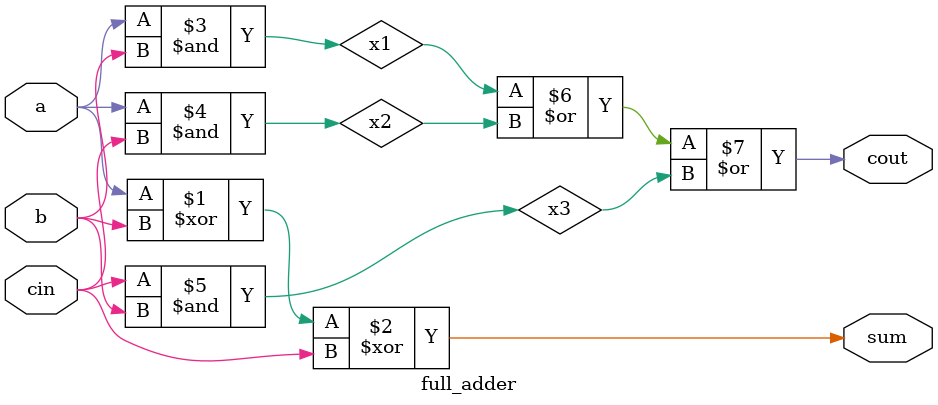
<source format=v>
/*--  *******************************************************
--  Computer Architecture Course, Laboratory Sources 
--  Amirkabir University of Technology (Tehran Polytechnic)
--  Department of Computer Engineering (CE-AUT)
--  https://ce[dot]aut[dot]ac[dot]ir
--  *******************************************************
--  All Rights reserved (C) 2019-2020
--  *******************************************************
--  Student ID  : 
--  Student Name: 
--  Student Mail: 
--  *******************************************************
--  Additional Comments:
--
--*/

/*-----------------------------------------------------------
---  Module Name: Full Adder Gate Level
---  Description: Lab 07 Part 1
-----------------------------------------------------------*/
`timescale 1 ns/1 ns

module full_adder (
    input a,
    input b,
    input cin,
    output sum,
    output cout
    );
	 wire x1,x2,x3;
	 xor (sum,a,b,cin);
	 and (x1,a,b);
	 and (x2,a,cin);
	 and (x3,cin,b);
	 or (cout,x1,x2,x3);

endmodule
</source>
